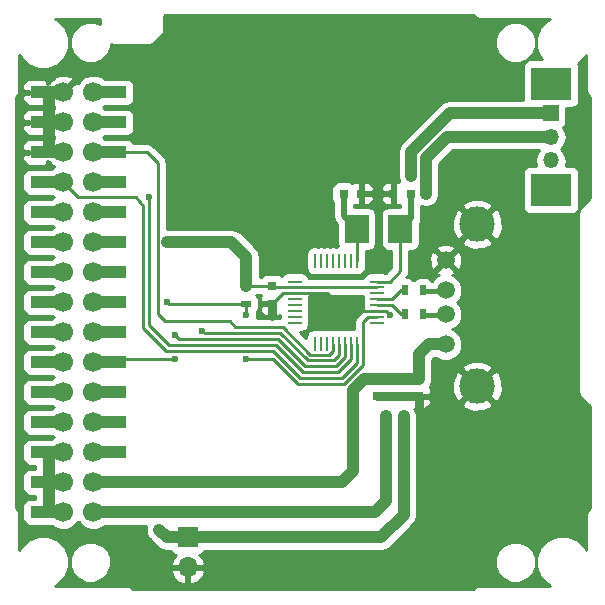
<source format=gtl>
G04 #@! TF.FileFunction,Copper,L1,Top,Signal*
%FSLAX46Y46*%
G04 Gerber Fmt 4.6, Leading zero omitted, Abs format (unit mm)*
G04 Created by KiCad (PCBNEW 4.0.7) date 09/12/18 20:21:31*
%MOMM*%
%LPD*%
G01*
G04 APERTURE LIST*
%ADD10C,0.100000*%
%ADD11R,0.750000X0.800000*%
%ADD12R,0.800000X0.750000*%
%ADD13R,0.500000X0.900000*%
%ADD14R,0.900000X0.500000*%
%ADD15R,1.143000X0.254000*%
%ADD16R,0.254000X1.143000*%
%ADD17R,2.000000X2.400000*%
%ADD18R,1.700000X1.700000*%
%ADD19O,1.700000X1.700000*%
%ADD20C,1.500000*%
%ADD21C,3.000000*%
%ADD22R,3.500000X2.800000*%
%ADD23R,1.350000X1.350000*%
%ADD24O,1.350000X1.350000*%
%ADD25R,3.150000X1.000000*%
%ADD26C,0.800000*%
%ADD27C,1.700000*%
%ADD28C,0.600000*%
%ADD29C,0.500000*%
%ADD30C,0.250000*%
%ADD31C,0.750000*%
%ADD32C,1.000000*%
%ADD33C,0.400000*%
%ADD34C,0.254000*%
G04 APERTURE END LIST*
D10*
D11*
X138814000Y-115970000D03*
X138814000Y-114470000D03*
X135242000Y-115970000D03*
X135242000Y-114470000D03*
X137020000Y-115970000D03*
X137020000Y-114470000D03*
X126400000Y-108150000D03*
X126400000Y-106650000D03*
D12*
X133950000Y-98800000D03*
X132450000Y-98800000D03*
X136650000Y-98800000D03*
X138150000Y-98800000D03*
D13*
X137650000Y-107000000D03*
X139150000Y-107000000D03*
X137650000Y-109000000D03*
X139150000Y-109000000D03*
D14*
X124200000Y-108150000D03*
X124200000Y-106650000D03*
D15*
X128300000Y-106250000D03*
X128300000Y-106750000D03*
X128300000Y-107250000D03*
X128300000Y-107750000D03*
X128300000Y-108250000D03*
X128300000Y-108750000D03*
X128300000Y-109250000D03*
X128300000Y-109750000D03*
D16*
X130050000Y-111500000D03*
X130550000Y-111500000D03*
X131050000Y-111500000D03*
X131550000Y-111500000D03*
X132050000Y-111500000D03*
X132550000Y-111500000D03*
X133050000Y-111500000D03*
X133550000Y-111500000D03*
D15*
X135300000Y-109750000D03*
X135300000Y-109250000D03*
X135300000Y-108750000D03*
X135300000Y-108250000D03*
X135300000Y-107750000D03*
X135300000Y-107250000D03*
X135300000Y-106750000D03*
X135300000Y-106250000D03*
D16*
X133550000Y-104500000D03*
X133050000Y-104500000D03*
X132550000Y-104500000D03*
X132050000Y-104500000D03*
X131550000Y-104500000D03*
X131050000Y-104500000D03*
X130550000Y-104500000D03*
X130050000Y-104500000D03*
D17*
X133550000Y-101800000D03*
X137250000Y-101800000D03*
D18*
X119240000Y-127920000D03*
D19*
X119240000Y-130460000D03*
D20*
X141100000Y-104452400D03*
X141100000Y-106992400D03*
X141100000Y-109022400D03*
X141100000Y-111562400D03*
D21*
X143770000Y-101402400D03*
X143770000Y-115122400D03*
D22*
X150000000Y-98500000D03*
D23*
X150000000Y-92000000D03*
D24*
X150000000Y-94000000D03*
X150000000Y-96000000D03*
D22*
X150000000Y-89500000D03*
D14*
X116827000Y-125773000D03*
X116827000Y-127273000D03*
D25*
X107475000Y-90220000D03*
X107475000Y-102920000D03*
X107475000Y-100380000D03*
X107475000Y-97840000D03*
X107475000Y-95300000D03*
X107475000Y-92760000D03*
D26*
X106825000Y-90220000D03*
D25*
X112525000Y-90220000D03*
X112525000Y-92760000D03*
X112525000Y-95300000D03*
X112525000Y-97840000D03*
X112525000Y-100380000D03*
X112525000Y-102920000D03*
X107475000Y-105460000D03*
X112525000Y-105460000D03*
X107475000Y-108000000D03*
X112525000Y-108000000D03*
X107475000Y-110540000D03*
X112525000Y-110540000D03*
X107475000Y-113080000D03*
X112525000Y-113080000D03*
X107475000Y-115620000D03*
X112525000Y-115620000D03*
X107475000Y-118160000D03*
X112525000Y-118160000D03*
X107475000Y-120700000D03*
X112525000Y-120700000D03*
X107475000Y-123240000D03*
X112525000Y-123240000D03*
X107475000Y-125780000D03*
X112525000Y-125780000D03*
D26*
X106825000Y-92760000D03*
X106825000Y-95300000D03*
X106825000Y-97840000D03*
X106825000Y-100380000D03*
X106825000Y-102920000D03*
X106825000Y-105460000D03*
X106825000Y-108000000D03*
X106825000Y-110540000D03*
X106825000Y-113080000D03*
X106825000Y-115620000D03*
X106825000Y-118160000D03*
X106825000Y-120700000D03*
X106825000Y-123240000D03*
X106825000Y-125780000D03*
X113175000Y-90220000D03*
X113175000Y-92760000D03*
X113175000Y-95300000D03*
X113175000Y-97840000D03*
X113175000Y-100380000D03*
X113175000Y-102920000D03*
X113175000Y-105460000D03*
X113175000Y-108000000D03*
X113175000Y-110540000D03*
X113175000Y-113080000D03*
X113175000Y-115620000D03*
X113175000Y-118160000D03*
X113175000Y-120700000D03*
X113175000Y-123240000D03*
X113175000Y-125780000D03*
D27*
X108730000Y-90220000D03*
X111270000Y-90220000D03*
X108730000Y-92760000D03*
X111270000Y-92760000D03*
X108730000Y-95300000D03*
X111270000Y-95300000D03*
X108730000Y-97840000D03*
X111270000Y-97840000D03*
X108730000Y-100380000D03*
X111270000Y-100380000D03*
X108730000Y-102920000D03*
X111270000Y-102920000D03*
X108730000Y-105460000D03*
X111270000Y-105460000D03*
X108730000Y-108000000D03*
X111270000Y-108000000D03*
X108730000Y-110540000D03*
X111270000Y-110540000D03*
X108730000Y-113080000D03*
X111270000Y-113080000D03*
X108730000Y-115620000D03*
X111270000Y-115620000D03*
X108730000Y-118160000D03*
X111270000Y-118160000D03*
X108730000Y-120700000D03*
X111270000Y-120700000D03*
X108730000Y-123240000D03*
X111270000Y-123240000D03*
X108730000Y-125780000D03*
X111270000Y-125780000D03*
D28*
X150355000Y-120935000D03*
X141846000Y-121062000D03*
X141719000Y-130460000D03*
X119875000Y-100361000D03*
X123939000Y-100361000D03*
X119875000Y-94000000D03*
X129908000Y-100361000D03*
X135369000Y-88423000D03*
X135369000Y-94011000D03*
X129908000Y-94011000D03*
X123939000Y-94011000D03*
X130035000Y-88423000D03*
X123939000Y-88423000D03*
X116700000Y-88423000D03*
X116700000Y-94011000D03*
X136400000Y-109100000D03*
X135400000Y-98800000D03*
X135400000Y-104500000D03*
X131800000Y-108000000D03*
X138800000Y-117332000D03*
X126400000Y-109200000D03*
X117505002Y-102901000D03*
X116000000Y-99073000D03*
X120500000Y-110400000D03*
X124200000Y-109100000D03*
X124200000Y-112800000D03*
X117500000Y-108000000D03*
X118200000Y-110800000D03*
X118200000Y-112800000D03*
X138163000Y-97313000D03*
X136004000Y-117633000D03*
X139433000Y-98837000D03*
X137528000Y-117633000D03*
D29*
X141846000Y-130333000D02*
X141846000Y-121062000D01*
X141719000Y-130460000D02*
X141846000Y-130333000D01*
X129908000Y-100361000D02*
X123939000Y-100361000D01*
X119875000Y-100361000D02*
X119875000Y-94000000D01*
X123939000Y-94011000D02*
X129908000Y-94011000D01*
X135369000Y-94011000D02*
X135369000Y-88423000D01*
X123939000Y-94011000D02*
X123939000Y-88423000D01*
X123939000Y-88423000D02*
X130035000Y-88423000D01*
X107475000Y-90220000D02*
X108756200Y-90220000D01*
X108756200Y-90220000D02*
X110553200Y-88423000D01*
X110553200Y-88423000D02*
X116700000Y-88423000D01*
D30*
X116700000Y-94000000D02*
X116800000Y-94000000D01*
X116700000Y-94011000D02*
X116700000Y-94000000D01*
D31*
X137020000Y-115970000D02*
X135242000Y-115970000D01*
X138814000Y-115970000D02*
X137020000Y-115970000D01*
D30*
X135300000Y-108750000D02*
X136050000Y-108750000D01*
X136050000Y-108750000D02*
X136400000Y-109100000D01*
D32*
X107475000Y-92760000D02*
X107475000Y-95300000D01*
X107475000Y-90220000D02*
X107475000Y-92760000D01*
D29*
X135400000Y-98800000D02*
X135400000Y-104500000D01*
D30*
X135300000Y-108750000D02*
X132550000Y-108750000D01*
X131050000Y-107250000D02*
X131800000Y-108000000D01*
X131050000Y-107250000D02*
X128300000Y-107250000D01*
X132550000Y-108750000D02*
X131800000Y-108000000D01*
D29*
X136650000Y-98800000D02*
X135400000Y-98800000D01*
X135400000Y-98800000D02*
X133950000Y-98800000D01*
D31*
X138800000Y-115932000D02*
X138814000Y-117318000D01*
X138814000Y-117318000D02*
X138800000Y-117332000D01*
X126400000Y-108150000D02*
X126400000Y-109200000D01*
D30*
X128300000Y-107250000D02*
X127300000Y-107250000D01*
X127300000Y-107250000D02*
X126400000Y-108150000D01*
X128300000Y-107250000D02*
X128750000Y-107250000D01*
X107475000Y-90220000D02*
X107780000Y-90220000D01*
D32*
X135242000Y-114470000D02*
X134214000Y-114470000D01*
X132302000Y-123240000D02*
X112525000Y-123240000D01*
X133210000Y-122332000D02*
X132302000Y-123240000D01*
X133210000Y-115474000D02*
X133210000Y-122332000D01*
X134214000Y-114470000D02*
X133210000Y-115474000D01*
X138814000Y-114470000D02*
X137020000Y-114470000D01*
X141100000Y-111562400D02*
X139661600Y-111562400D01*
X138814000Y-112410000D02*
X138814000Y-114470000D01*
X139661600Y-111562400D02*
X138814000Y-112410000D01*
X137020000Y-114470000D02*
X135242000Y-114470000D01*
X124200000Y-106650000D02*
X124200000Y-104178000D01*
X122923000Y-102901000D02*
X117505002Y-102901000D01*
X124200000Y-104178000D02*
X122923000Y-102901000D01*
D30*
X126400000Y-106650000D02*
X124200000Y-106650000D01*
X128300000Y-106750000D02*
X126500000Y-106750000D01*
X126500000Y-106750000D02*
X126400000Y-106650000D01*
X128300000Y-106750000D02*
X135300000Y-106750000D01*
D29*
X138150000Y-98800000D02*
X138150000Y-100900000D01*
X138150000Y-100900000D02*
X137250000Y-101800000D01*
D30*
X135300000Y-106250000D02*
X136350000Y-106250000D01*
X137250000Y-105350000D02*
X137250000Y-101800000D01*
X136350000Y-106250000D02*
X137250000Y-105350000D01*
X116700000Y-109000000D02*
X117300000Y-109600000D01*
X112525000Y-95300000D02*
X115800000Y-95300000D01*
X115800000Y-95300000D02*
X116700000Y-96200000D01*
X131550000Y-112150000D02*
X131550000Y-111500000D01*
X129645943Y-112445943D02*
X127300000Y-110100000D01*
X131254057Y-112445943D02*
X129645943Y-112445943D01*
X131550000Y-112150000D02*
X131254057Y-112445943D01*
X116700000Y-96200000D02*
X116700000Y-109000000D01*
X123300000Y-110100000D02*
X127300000Y-110100000D01*
X122800000Y-109600000D02*
X123300000Y-110100000D01*
X117300000Y-109600000D02*
X122800000Y-109600000D01*
X114895398Y-99098400D02*
X109976400Y-99098400D01*
X128800000Y-114400000D02*
X126500000Y-112100000D01*
X133550000Y-113150000D02*
X132300000Y-114400000D01*
X132300000Y-114400000D02*
X128800000Y-114400000D01*
X133550000Y-111500000D02*
X133550000Y-113150000D01*
X126500000Y-112100000D02*
X117400000Y-112100000D01*
X115500000Y-110200000D02*
X117400000Y-112100000D01*
X115500000Y-99830002D02*
X115500000Y-110200000D01*
X114895398Y-99098400D02*
X115500000Y-99830002D01*
X109976400Y-99098400D02*
X108718000Y-97840000D01*
X108718000Y-97840000D02*
X107475000Y-97840000D01*
X116000000Y-109900000D02*
X117700000Y-111600000D01*
X116000000Y-99073000D02*
X116000000Y-109900000D01*
X126700000Y-111600000D02*
X117700000Y-111600000D01*
X133050000Y-112850000D02*
X133050000Y-111500000D01*
X132000000Y-113900000D02*
X129000000Y-113900000D01*
X133050000Y-112850000D02*
X132000000Y-113900000D01*
X129000000Y-113900000D02*
X126700000Y-111600000D01*
X117700000Y-111600000D02*
X117700000Y-111600000D01*
X127100000Y-110600000D02*
X120700000Y-110600000D01*
X132050000Y-111500000D02*
X132050000Y-112450000D01*
X131600000Y-112900000D02*
X129400000Y-112900000D01*
X132050000Y-112450000D02*
X131600000Y-112900000D01*
X129400000Y-112900000D02*
X127100000Y-110600000D01*
X120700000Y-110600000D02*
X120500000Y-110400000D01*
X124200000Y-112800000D02*
X126469998Y-112800000D01*
X135300000Y-109250000D02*
X134550000Y-109250000D01*
X132500000Y-114900000D02*
X128600000Y-114900000D01*
X134100000Y-113300000D02*
X132500000Y-114900000D01*
X134100000Y-109700000D02*
X134100000Y-113300000D01*
X134550000Y-109250000D02*
X134100000Y-109700000D01*
X128600000Y-114900000D02*
X128569998Y-114900000D01*
X124200000Y-109100000D02*
X124200000Y-108150000D01*
X126469998Y-112800000D02*
X128569998Y-114900000D01*
X124200000Y-108150000D02*
X117650000Y-108150000D01*
X117650000Y-108150000D02*
X117500000Y-108000000D01*
X112805000Y-112800000D02*
X118200000Y-112800000D01*
X118500000Y-111100000D02*
X118200000Y-110800000D01*
X129200000Y-113400000D02*
X126900000Y-111100000D01*
X132550000Y-112650000D02*
X131800000Y-113400000D01*
X131800000Y-113400000D02*
X129200000Y-113400000D01*
X132550000Y-112650000D02*
X132550000Y-111500000D01*
X126900000Y-111100000D02*
X118500000Y-111100000D01*
X112805000Y-112800000D02*
X112525000Y-113080000D01*
D32*
X107475000Y-123240000D02*
X107475000Y-125780000D01*
X107475000Y-120700000D02*
X107475000Y-123240000D01*
X150000000Y-92000000D02*
X141444000Y-92000000D01*
X138163000Y-95281000D02*
X141338000Y-92106000D01*
X138163000Y-97313000D02*
X138163000Y-95281000D01*
X136004000Y-124872000D02*
X136004000Y-117633000D01*
X135096000Y-125780000D02*
X136004000Y-124872000D01*
X135096000Y-125780000D02*
X116834000Y-125780000D01*
X141444000Y-92000000D02*
X141338000Y-92106000D01*
X116827000Y-125773000D02*
X112532000Y-125773000D01*
X112532000Y-125773000D02*
X112525000Y-125780000D01*
X116834000Y-125780000D02*
X116827000Y-125773000D01*
D33*
X141100000Y-107062400D02*
X139212400Y-107062400D01*
X139212400Y-107062400D02*
X139150000Y-107000000D01*
X141100000Y-109062400D02*
X139212400Y-109062400D01*
X139212400Y-109062400D02*
X139150000Y-109000000D01*
D30*
X135300000Y-107750000D02*
X136550000Y-107750000D01*
X137300000Y-107000000D02*
X137650000Y-107000000D01*
X136550000Y-107750000D02*
X137300000Y-107000000D01*
X135300000Y-108250000D02*
X136550000Y-108250000D01*
X137300000Y-109000000D02*
X137650000Y-109000000D01*
X136550000Y-108250000D02*
X137300000Y-109000000D01*
D29*
X132450000Y-98800000D02*
X132450000Y-100700000D01*
X132450000Y-100700000D02*
X133550000Y-101800000D01*
D30*
X133550000Y-104500000D02*
X133550000Y-101800000D01*
D32*
X150000000Y-94000000D02*
X141222000Y-94000000D01*
X139433000Y-98837000D02*
X139433000Y-95789000D01*
X139433000Y-95789000D02*
X141116000Y-94106000D01*
X135623000Y-127920000D02*
X119240000Y-127920000D01*
X137528000Y-126015000D02*
X135623000Y-127920000D01*
X137528000Y-117633000D02*
X137528000Y-126015000D01*
X141222000Y-94000000D02*
X141116000Y-94106000D01*
X119240000Y-127920000D02*
X117474000Y-127920000D01*
X117474000Y-127920000D02*
X116827000Y-127273000D01*
X119240000Y-127920000D02*
X119240000Y-127740000D01*
D34*
G36*
X143497954Y-83802046D02*
X143728295Y-83955954D01*
X144000000Y-84010000D01*
X149963500Y-84010000D01*
X149735628Y-84104155D01*
X149106364Y-84732321D01*
X148765389Y-85553481D01*
X148764613Y-86442619D01*
X149104155Y-87264372D01*
X149292015Y-87452560D01*
X148250000Y-87452560D01*
X148014683Y-87496838D01*
X147798559Y-87635910D01*
X147653569Y-87848110D01*
X147602560Y-88100000D01*
X147602560Y-90865000D01*
X141444000Y-90865000D01*
X141009655Y-90951396D01*
X140641434Y-91197434D01*
X137360434Y-94478434D01*
X137114397Y-94846654D01*
X137028000Y-95281000D01*
X137028000Y-97313000D01*
X137114397Y-97747346D01*
X137142898Y-97790000D01*
X136935750Y-97790000D01*
X136777000Y-97948750D01*
X136777000Y-98673000D01*
X136797000Y-98673000D01*
X136797000Y-98927000D01*
X136777000Y-98927000D01*
X136777000Y-99651250D01*
X136935750Y-99810000D01*
X137176309Y-99810000D01*
X137265000Y-99773263D01*
X137265000Y-99952560D01*
X136250000Y-99952560D01*
X136014683Y-99996838D01*
X135798559Y-100135910D01*
X135653569Y-100348110D01*
X135602560Y-100600000D01*
X135602560Y-103000000D01*
X135646838Y-103235317D01*
X135785910Y-103451441D01*
X135998110Y-103596431D01*
X136250000Y-103647440D01*
X136490000Y-103647440D01*
X136490000Y-105035198D01*
X136035198Y-105490000D01*
X135942807Y-105490000D01*
X135871500Y-105475560D01*
X134728500Y-105475560D01*
X134493183Y-105519838D01*
X134277059Y-105658910D01*
X134132069Y-105871110D01*
X134107993Y-105990000D01*
X129493914Y-105990000D01*
X129474662Y-105887683D01*
X129335590Y-105671559D01*
X129123390Y-105526569D01*
X128871500Y-105475560D01*
X127728500Y-105475560D01*
X127493183Y-105519838D01*
X127277059Y-105658910D01*
X127199925Y-105771799D01*
X127026890Y-105653569D01*
X126775000Y-105602560D01*
X126025000Y-105602560D01*
X125789683Y-105646838D01*
X125573559Y-105785910D01*
X125502437Y-105890000D01*
X125335000Y-105890000D01*
X125335000Y-104178000D01*
X125285372Y-103928500D01*
X129275560Y-103928500D01*
X129275560Y-105071500D01*
X129319838Y-105306817D01*
X129458910Y-105522941D01*
X129671110Y-105667931D01*
X129923000Y-105718940D01*
X130177000Y-105718940D01*
X130304515Y-105694946D01*
X130423000Y-105718940D01*
X130677000Y-105718940D01*
X130804515Y-105694946D01*
X130923000Y-105718940D01*
X131177000Y-105718940D01*
X131304515Y-105694946D01*
X131423000Y-105718940D01*
X131677000Y-105718940D01*
X131804515Y-105694946D01*
X131923000Y-105718940D01*
X132177000Y-105718940D01*
X132304515Y-105694946D01*
X132423000Y-105718940D01*
X132677000Y-105718940D01*
X132804515Y-105694946D01*
X132923000Y-105718940D01*
X133177000Y-105718940D01*
X133304515Y-105694946D01*
X133423000Y-105718940D01*
X133677000Y-105718940D01*
X133912317Y-105674662D01*
X134128441Y-105535590D01*
X134273431Y-105323390D01*
X134324440Y-105071500D01*
X134324440Y-103928500D01*
X134310000Y-103851758D01*
X134310000Y-103647440D01*
X134550000Y-103647440D01*
X134785317Y-103603162D01*
X135001441Y-103464090D01*
X135146431Y-103251890D01*
X135197440Y-103000000D01*
X135197440Y-100600000D01*
X135153162Y-100364683D01*
X135014090Y-100148559D01*
X134801890Y-100003569D01*
X134550000Y-99952560D01*
X133335000Y-99952560D01*
X133335000Y-99773263D01*
X133423691Y-99810000D01*
X133664250Y-99810000D01*
X133823000Y-99651250D01*
X133823000Y-98927000D01*
X134077000Y-98927000D01*
X134077000Y-99651250D01*
X134235750Y-99810000D01*
X134476309Y-99810000D01*
X134709698Y-99713327D01*
X134888327Y-99534699D01*
X134985000Y-99301310D01*
X134985000Y-99085750D01*
X135615000Y-99085750D01*
X135615000Y-99301310D01*
X135711673Y-99534699D01*
X135890302Y-99713327D01*
X136123691Y-99810000D01*
X136364250Y-99810000D01*
X136523000Y-99651250D01*
X136523000Y-98927000D01*
X135773750Y-98927000D01*
X135615000Y-99085750D01*
X134985000Y-99085750D01*
X134826250Y-98927000D01*
X134077000Y-98927000D01*
X133823000Y-98927000D01*
X133803000Y-98927000D01*
X133803000Y-98673000D01*
X133823000Y-98673000D01*
X133823000Y-97948750D01*
X134077000Y-97948750D01*
X134077000Y-98673000D01*
X134826250Y-98673000D01*
X134985000Y-98514250D01*
X134985000Y-98298690D01*
X135615000Y-98298690D01*
X135615000Y-98514250D01*
X135773750Y-98673000D01*
X136523000Y-98673000D01*
X136523000Y-97948750D01*
X136364250Y-97790000D01*
X136123691Y-97790000D01*
X135890302Y-97886673D01*
X135711673Y-98065301D01*
X135615000Y-98298690D01*
X134985000Y-98298690D01*
X134888327Y-98065301D01*
X134709698Y-97886673D01*
X134476309Y-97790000D01*
X134235750Y-97790000D01*
X134077000Y-97948750D01*
X133823000Y-97948750D01*
X133664250Y-97790000D01*
X133423691Y-97790000D01*
X133190302Y-97886673D01*
X133188932Y-97888043D01*
X133101890Y-97828569D01*
X132850000Y-97777560D01*
X132050000Y-97777560D01*
X131814683Y-97821838D01*
X131598559Y-97960910D01*
X131453569Y-98173110D01*
X131402560Y-98425000D01*
X131402560Y-99175000D01*
X131446838Y-99410317D01*
X131565000Y-99593946D01*
X131565000Y-100699995D01*
X131564999Y-100700000D01*
X131612145Y-100937013D01*
X131632367Y-101038675D01*
X131824210Y-101325790D01*
X131902560Y-101404140D01*
X131902560Y-103000000D01*
X131946838Y-103235317D01*
X131976273Y-103281060D01*
X131923000Y-103281060D01*
X131795485Y-103305054D01*
X131677000Y-103281060D01*
X131423000Y-103281060D01*
X131295485Y-103305054D01*
X131177000Y-103281060D01*
X130923000Y-103281060D01*
X130795485Y-103305054D01*
X130677000Y-103281060D01*
X130423000Y-103281060D01*
X130295485Y-103305054D01*
X130177000Y-103281060D01*
X129923000Y-103281060D01*
X129687683Y-103325338D01*
X129471559Y-103464410D01*
X129326569Y-103676610D01*
X129275560Y-103928500D01*
X125285372Y-103928500D01*
X125248603Y-103743654D01*
X125002566Y-103375434D01*
X123725566Y-102098434D01*
X123641193Y-102042058D01*
X123357346Y-101852397D01*
X122923000Y-101766000D01*
X117505002Y-101766000D01*
X117460000Y-101774951D01*
X117460000Y-96200000D01*
X117423668Y-96017350D01*
X117402148Y-95909160D01*
X117237401Y-95662599D01*
X116337401Y-94762599D01*
X116090839Y-94597852D01*
X115800000Y-94540000D01*
X114687279Y-94540000D01*
X114564090Y-94348559D01*
X114351890Y-94203569D01*
X114100000Y-94152560D01*
X112222838Y-94152560D01*
X112112283Y-94041812D01*
X112084443Y-94030252D01*
X112110086Y-94019656D01*
X112222498Y-93907440D01*
X114100000Y-93907440D01*
X114335317Y-93863162D01*
X114551441Y-93724090D01*
X114696431Y-93511890D01*
X114747440Y-93260000D01*
X114747440Y-92260000D01*
X114703162Y-92024683D01*
X114564090Y-91808559D01*
X114351890Y-91663569D01*
X114100000Y-91612560D01*
X112222838Y-91612560D01*
X112112283Y-91501812D01*
X112084443Y-91490252D01*
X112110086Y-91479656D01*
X112222498Y-91367440D01*
X114100000Y-91367440D01*
X114335317Y-91323162D01*
X114551441Y-91184090D01*
X114696431Y-90971890D01*
X114747440Y-90720000D01*
X114747440Y-89720000D01*
X114703162Y-89484683D01*
X114564090Y-89268559D01*
X114351890Y-89123569D01*
X114100000Y-89072560D01*
X112222838Y-89072560D01*
X112112283Y-88961812D01*
X111566681Y-88735258D01*
X110975911Y-88734743D01*
X110429914Y-88960344D01*
X110011812Y-89377717D01*
X109992049Y-89425312D01*
X109773958Y-89355647D01*
X109641334Y-89488271D01*
X109588327Y-89360301D01*
X109499210Y-89271185D01*
X109594353Y-89176042D01*
X109514080Y-88924741D01*
X108958721Y-88723282D01*
X108368542Y-88749685D01*
X107945920Y-88924741D01*
X107894729Y-89085000D01*
X107760750Y-89085000D01*
X107602000Y-89243750D01*
X107602000Y-89382493D01*
X107506778Y-89412910D01*
X107479630Y-89385762D01*
X107362745Y-89502647D01*
X107348000Y-89380483D01*
X107348000Y-89243750D01*
X107189250Y-89085000D01*
X105773691Y-89085000D01*
X105540302Y-89181673D01*
X105361673Y-89360301D01*
X105265000Y-89593690D01*
X105265000Y-89934250D01*
X105423750Y-90093000D01*
X105778600Y-90093000D01*
X105776691Y-90098931D01*
X105796921Y-90347000D01*
X105423750Y-90347000D01*
X105265000Y-90505750D01*
X105265000Y-90846310D01*
X105361673Y-91079699D01*
X105540302Y-91258327D01*
X105773691Y-91355000D01*
X107189250Y-91355000D01*
X107348000Y-91196250D01*
X107348000Y-91059517D01*
X107362745Y-90937353D01*
X107479630Y-91054238D01*
X107506778Y-91027090D01*
X107602000Y-91057507D01*
X107602000Y-91196250D01*
X107760750Y-91355000D01*
X107894729Y-91355000D01*
X107937852Y-91490000D01*
X107894729Y-91625000D01*
X107760750Y-91625000D01*
X107602000Y-91783750D01*
X107602000Y-91922493D01*
X107506778Y-91952910D01*
X107479630Y-91925762D01*
X107362745Y-92042647D01*
X107348000Y-91920483D01*
X107348000Y-91783750D01*
X107189250Y-91625000D01*
X105773691Y-91625000D01*
X105540302Y-91721673D01*
X105361673Y-91900301D01*
X105265000Y-92133690D01*
X105265000Y-92474250D01*
X105423750Y-92633000D01*
X105778600Y-92633000D01*
X105776691Y-92638931D01*
X105796921Y-92887000D01*
X105423750Y-92887000D01*
X105265000Y-93045750D01*
X105265000Y-93386310D01*
X105361673Y-93619699D01*
X105540302Y-93798327D01*
X105773691Y-93895000D01*
X107189250Y-93895000D01*
X107348000Y-93736250D01*
X107348000Y-93599517D01*
X107362745Y-93477353D01*
X107479630Y-93594238D01*
X107506778Y-93567090D01*
X107602000Y-93597507D01*
X107602000Y-93736250D01*
X107760750Y-93895000D01*
X107894729Y-93895000D01*
X107937852Y-94030000D01*
X107894729Y-94165000D01*
X107760750Y-94165000D01*
X107602000Y-94323750D01*
X107602000Y-94462493D01*
X107506778Y-94492910D01*
X107479630Y-94465762D01*
X107362745Y-94582647D01*
X107348000Y-94460483D01*
X107348000Y-94323750D01*
X107189250Y-94165000D01*
X105773691Y-94165000D01*
X105540302Y-94261673D01*
X105361673Y-94440301D01*
X105265000Y-94673690D01*
X105265000Y-95014250D01*
X105423750Y-95173000D01*
X105778600Y-95173000D01*
X105776691Y-95178931D01*
X105796921Y-95427000D01*
X105423750Y-95427000D01*
X105265000Y-95585750D01*
X105265000Y-95926310D01*
X105361673Y-96159699D01*
X105540302Y-96338327D01*
X105773691Y-96435000D01*
X107189250Y-96435000D01*
X107348000Y-96276250D01*
X107348000Y-96139517D01*
X107362745Y-96017353D01*
X107479630Y-96134238D01*
X107506778Y-96107090D01*
X107602000Y-96137507D01*
X107602000Y-96276250D01*
X107760750Y-96435000D01*
X107894729Y-96435000D01*
X107935181Y-96561640D01*
X107889914Y-96580344D01*
X107777502Y-96692560D01*
X105900000Y-96692560D01*
X105664683Y-96736838D01*
X105448559Y-96875910D01*
X105303569Y-97088110D01*
X105252560Y-97340000D01*
X105252560Y-98340000D01*
X105296838Y-98575317D01*
X105435910Y-98791441D01*
X105648110Y-98936431D01*
X105900000Y-98987440D01*
X107777162Y-98987440D01*
X107887717Y-99098188D01*
X107915557Y-99109748D01*
X107889914Y-99120344D01*
X107777502Y-99232560D01*
X105900000Y-99232560D01*
X105664683Y-99276838D01*
X105448559Y-99415910D01*
X105303569Y-99628110D01*
X105252560Y-99880000D01*
X105252560Y-100880000D01*
X105296838Y-101115317D01*
X105435910Y-101331441D01*
X105648110Y-101476431D01*
X105900000Y-101527440D01*
X107777162Y-101527440D01*
X107887717Y-101638188D01*
X107915557Y-101649748D01*
X107889914Y-101660344D01*
X107777502Y-101772560D01*
X105900000Y-101772560D01*
X105664683Y-101816838D01*
X105448559Y-101955910D01*
X105303569Y-102168110D01*
X105252560Y-102420000D01*
X105252560Y-103420000D01*
X105296838Y-103655317D01*
X105435910Y-103871441D01*
X105648110Y-104016431D01*
X105900000Y-104067440D01*
X107777162Y-104067440D01*
X107887717Y-104178188D01*
X107915557Y-104189748D01*
X107889914Y-104200344D01*
X107777502Y-104312560D01*
X105900000Y-104312560D01*
X105664683Y-104356838D01*
X105448559Y-104495910D01*
X105303569Y-104708110D01*
X105252560Y-104960000D01*
X105252560Y-105960000D01*
X105296838Y-106195317D01*
X105435910Y-106411441D01*
X105648110Y-106556431D01*
X105900000Y-106607440D01*
X107777162Y-106607440D01*
X107887717Y-106718188D01*
X107915557Y-106729748D01*
X107889914Y-106740344D01*
X107777502Y-106852560D01*
X105900000Y-106852560D01*
X105664683Y-106896838D01*
X105448559Y-107035910D01*
X105303569Y-107248110D01*
X105252560Y-107500000D01*
X105252560Y-108500000D01*
X105296838Y-108735317D01*
X105435910Y-108951441D01*
X105648110Y-109096431D01*
X105900000Y-109147440D01*
X107777162Y-109147440D01*
X107887717Y-109258188D01*
X107915557Y-109269748D01*
X107889914Y-109280344D01*
X107777502Y-109392560D01*
X105900000Y-109392560D01*
X105664683Y-109436838D01*
X105448559Y-109575910D01*
X105303569Y-109788110D01*
X105252560Y-110040000D01*
X105252560Y-111040000D01*
X105296838Y-111275317D01*
X105435910Y-111491441D01*
X105648110Y-111636431D01*
X105900000Y-111687440D01*
X107777162Y-111687440D01*
X107887717Y-111798188D01*
X107915557Y-111809748D01*
X107889914Y-111820344D01*
X107777502Y-111932560D01*
X105900000Y-111932560D01*
X105664683Y-111976838D01*
X105448559Y-112115910D01*
X105303569Y-112328110D01*
X105252560Y-112580000D01*
X105252560Y-113580000D01*
X105296838Y-113815317D01*
X105435910Y-114031441D01*
X105648110Y-114176431D01*
X105900000Y-114227440D01*
X107777162Y-114227440D01*
X107887717Y-114338188D01*
X107915557Y-114349748D01*
X107889914Y-114360344D01*
X107777502Y-114472560D01*
X105900000Y-114472560D01*
X105664683Y-114516838D01*
X105448559Y-114655910D01*
X105303569Y-114868110D01*
X105252560Y-115120000D01*
X105252560Y-116120000D01*
X105296838Y-116355317D01*
X105435910Y-116571441D01*
X105648110Y-116716431D01*
X105900000Y-116767440D01*
X107777162Y-116767440D01*
X107887717Y-116878188D01*
X107915557Y-116889748D01*
X107889914Y-116900344D01*
X107777502Y-117012560D01*
X105900000Y-117012560D01*
X105664683Y-117056838D01*
X105448559Y-117195910D01*
X105303569Y-117408110D01*
X105252560Y-117660000D01*
X105252560Y-118660000D01*
X105296838Y-118895317D01*
X105435910Y-119111441D01*
X105648110Y-119256431D01*
X105900000Y-119307440D01*
X107777162Y-119307440D01*
X107887717Y-119418188D01*
X107915557Y-119429748D01*
X107889914Y-119440344D01*
X107777502Y-119552560D01*
X105900000Y-119552560D01*
X105664683Y-119596838D01*
X105448559Y-119735910D01*
X105303569Y-119948110D01*
X105252560Y-120200000D01*
X105252560Y-121200000D01*
X105296838Y-121435317D01*
X105435910Y-121651441D01*
X105648110Y-121796431D01*
X105900000Y-121847440D01*
X106340000Y-121847440D01*
X106340000Y-122092560D01*
X105900000Y-122092560D01*
X105664683Y-122136838D01*
X105448559Y-122275910D01*
X105303569Y-122488110D01*
X105252560Y-122740000D01*
X105252560Y-123740000D01*
X105296838Y-123975317D01*
X105435910Y-124191441D01*
X105648110Y-124336431D01*
X105900000Y-124387440D01*
X106340000Y-124387440D01*
X106340000Y-124632560D01*
X105900000Y-124632560D01*
X105664683Y-124676838D01*
X105448559Y-124815910D01*
X105303569Y-125028110D01*
X105252560Y-125280000D01*
X105252560Y-126280000D01*
X105296838Y-126515317D01*
X105435910Y-126731441D01*
X105648110Y-126876431D01*
X105900000Y-126927440D01*
X107777162Y-126927440D01*
X107887717Y-127038188D01*
X108433319Y-127264742D01*
X109024089Y-127265257D01*
X109570086Y-127039656D01*
X109988188Y-126622283D01*
X109999748Y-126594443D01*
X110010344Y-126620086D01*
X110427717Y-127038188D01*
X110973319Y-127264742D01*
X111564089Y-127265257D01*
X112110086Y-127039656D01*
X112222498Y-126927440D01*
X114100000Y-126927440D01*
X114203315Y-126908000D01*
X115752848Y-126908000D01*
X115729560Y-127023000D01*
X115729560Y-127084174D01*
X115692000Y-127273000D01*
X115729560Y-127461826D01*
X115729560Y-127523000D01*
X115773838Y-127758317D01*
X115912910Y-127974441D01*
X115993790Y-128029704D01*
X116024434Y-128075566D01*
X116671434Y-128722566D01*
X117039654Y-128968603D01*
X117474000Y-129055000D01*
X117818808Y-129055000D01*
X117925910Y-129221441D01*
X118138110Y-129366431D01*
X118246107Y-129388301D01*
X117968355Y-129693076D01*
X117798524Y-130103110D01*
X117919845Y-130333000D01*
X119113000Y-130333000D01*
X119113000Y-130313000D01*
X119367000Y-130313000D01*
X119367000Y-130333000D01*
X120560155Y-130333000D01*
X120681476Y-130103110D01*
X120511645Y-129693076D01*
X120235499Y-129390063D01*
X120325317Y-129373162D01*
X120541441Y-129234090D01*
X120663808Y-129055000D01*
X135623000Y-129055000D01*
X136057346Y-128968603D01*
X136425566Y-128722566D01*
X138330566Y-126817566D01*
X138402439Y-126710000D01*
X138576603Y-126449346D01*
X138663000Y-126015000D01*
X138663000Y-117633000D01*
X138576603Y-117198654D01*
X138447207Y-117005000D01*
X138528250Y-117005000D01*
X138687000Y-116846250D01*
X138687000Y-116097000D01*
X138941000Y-116097000D01*
X138941000Y-116846250D01*
X139099750Y-117005000D01*
X139315310Y-117005000D01*
X139548699Y-116908327D01*
X139727327Y-116729698D01*
X139765984Y-116636370D01*
X142435635Y-116636370D01*
X142595418Y-116955139D01*
X143386187Y-117265123D01*
X144235387Y-117248897D01*
X144944582Y-116955139D01*
X145104365Y-116636370D01*
X143770000Y-115302005D01*
X142435635Y-116636370D01*
X139765984Y-116636370D01*
X139824000Y-116496309D01*
X139824000Y-116255750D01*
X139665250Y-116097000D01*
X138941000Y-116097000D01*
X138687000Y-116097000D01*
X137962750Y-116097000D01*
X137917000Y-116142750D01*
X137871250Y-116097000D01*
X137147000Y-116097000D01*
X137147000Y-116117000D01*
X136893000Y-116117000D01*
X136893000Y-116097000D01*
X136168750Y-116097000D01*
X136131000Y-116134750D01*
X136093250Y-116097000D01*
X135369000Y-116097000D01*
X135369000Y-116117000D01*
X135115000Y-116117000D01*
X135115000Y-116097000D01*
X135095000Y-116097000D01*
X135095000Y-115843000D01*
X135115000Y-115843000D01*
X135115000Y-115823000D01*
X135369000Y-115823000D01*
X135369000Y-115843000D01*
X136093250Y-115843000D01*
X136131000Y-115805250D01*
X136168750Y-115843000D01*
X136893000Y-115843000D01*
X136893000Y-115823000D01*
X137147000Y-115823000D01*
X137147000Y-115843000D01*
X137871250Y-115843000D01*
X137917000Y-115797250D01*
X137962750Y-115843000D01*
X138687000Y-115843000D01*
X138687000Y-115823000D01*
X138941000Y-115823000D01*
X138941000Y-115843000D01*
X139665250Y-115843000D01*
X139824000Y-115684250D01*
X139824000Y-115443691D01*
X139727327Y-115210302D01*
X139725957Y-115208932D01*
X139785431Y-115121890D01*
X139815083Y-114975465D01*
X139862603Y-114904346D01*
X139895574Y-114738587D01*
X141627277Y-114738587D01*
X141643503Y-115587787D01*
X141937261Y-116296982D01*
X142256030Y-116456765D01*
X143590395Y-115122400D01*
X143949605Y-115122400D01*
X145283970Y-116456765D01*
X145602739Y-116296982D01*
X145912723Y-115506213D01*
X145896497Y-114657013D01*
X145602739Y-113947818D01*
X145283970Y-113788035D01*
X143949605Y-115122400D01*
X143590395Y-115122400D01*
X142256030Y-113788035D01*
X141937261Y-113947818D01*
X141627277Y-114738587D01*
X139895574Y-114738587D01*
X139949000Y-114470000D01*
X139949000Y-113608430D01*
X142435635Y-113608430D01*
X143770000Y-114942795D01*
X145104365Y-113608430D01*
X144944582Y-113289661D01*
X144153813Y-112979677D01*
X143304613Y-112995903D01*
X142595418Y-113289661D01*
X142435635Y-113608430D01*
X139949000Y-113608430D01*
X139949000Y-112880132D01*
X140131732Y-112697400D01*
X140276042Y-112697400D01*
X140314436Y-112735861D01*
X140823298Y-112947159D01*
X141374285Y-112947640D01*
X141883515Y-112737231D01*
X142273461Y-112347964D01*
X142484759Y-111839102D01*
X142485240Y-111288115D01*
X142274831Y-110778885D01*
X141885564Y-110388939D01*
X141653130Y-110292424D01*
X141883515Y-110197231D01*
X142273461Y-109807964D01*
X142484759Y-109299102D01*
X142485240Y-108748115D01*
X142274831Y-108238885D01*
X142043687Y-108007338D01*
X142273461Y-107777964D01*
X142484759Y-107269102D01*
X142485240Y-106718115D01*
X142274831Y-106208885D01*
X141885564Y-105818939D01*
X141669021Y-105729023D01*
X141823923Y-105664860D01*
X141891912Y-105423917D01*
X141100000Y-104632005D01*
X140308088Y-105423917D01*
X140376077Y-105664860D01*
X140542621Y-105724132D01*
X140316485Y-105817569D01*
X139930938Y-106202444D01*
X139864090Y-106098559D01*
X139651890Y-105953569D01*
X139400000Y-105902560D01*
X138900000Y-105902560D01*
X138664683Y-105946838D01*
X138448559Y-106085910D01*
X138400866Y-106155711D01*
X138364090Y-106098559D01*
X138151890Y-105953569D01*
X137900000Y-105902560D01*
X137772242Y-105902560D01*
X137787401Y-105887401D01*
X137952148Y-105640840D01*
X138010000Y-105350000D01*
X138010000Y-104247571D01*
X139702799Y-104247571D01*
X139730770Y-104797848D01*
X139887540Y-105176323D01*
X140128483Y-105244312D01*
X140920395Y-104452400D01*
X141279605Y-104452400D01*
X142071517Y-105244312D01*
X142312460Y-105176323D01*
X142497201Y-104657229D01*
X142469230Y-104106952D01*
X142312460Y-103728477D01*
X142071517Y-103660488D01*
X141279605Y-104452400D01*
X140920395Y-104452400D01*
X140128483Y-103660488D01*
X139887540Y-103728477D01*
X139702799Y-104247571D01*
X138010000Y-104247571D01*
X138010000Y-103647440D01*
X138250000Y-103647440D01*
X138485317Y-103603162D01*
X138675343Y-103480883D01*
X140308088Y-103480883D01*
X141100000Y-104272795D01*
X141891912Y-103480883D01*
X141823923Y-103239940D01*
X141304829Y-103055199D01*
X140754552Y-103083170D01*
X140376077Y-103239940D01*
X140308088Y-103480883D01*
X138675343Y-103480883D01*
X138701441Y-103464090D01*
X138846431Y-103251890D01*
X138897440Y-103000000D01*
X138897440Y-102916370D01*
X142435635Y-102916370D01*
X142595418Y-103235139D01*
X143386187Y-103545123D01*
X144235387Y-103528897D01*
X144944582Y-103235139D01*
X145104365Y-102916370D01*
X143770000Y-101582005D01*
X142435635Y-102916370D01*
X138897440Y-102916370D01*
X138897440Y-101343727D01*
X138967633Y-101238675D01*
X138980456Y-101174210D01*
X139011412Y-101018587D01*
X141627277Y-101018587D01*
X141643503Y-101867787D01*
X141937261Y-102576982D01*
X142256030Y-102736765D01*
X143590395Y-101402400D01*
X143949605Y-101402400D01*
X145283970Y-102736765D01*
X145602739Y-102576982D01*
X145912723Y-101786213D01*
X145896497Y-100937013D01*
X145602739Y-100227818D01*
X145283970Y-100068035D01*
X143949605Y-101402400D01*
X143590395Y-101402400D01*
X142256030Y-100068035D01*
X141937261Y-100227818D01*
X141627277Y-101018587D01*
X139011412Y-101018587D01*
X139035001Y-100900000D01*
X139035000Y-100899995D01*
X139035000Y-99892833D01*
X139433000Y-99972000D01*
X139853133Y-99888430D01*
X142435635Y-99888430D01*
X143770000Y-101222795D01*
X145104365Y-99888430D01*
X144944582Y-99569661D01*
X144153813Y-99259677D01*
X143304613Y-99275903D01*
X142595418Y-99569661D01*
X142435635Y-99888430D01*
X139853133Y-99888430D01*
X139867346Y-99885603D01*
X140235566Y-99639566D01*
X140481603Y-99271346D01*
X140568000Y-98837000D01*
X140568000Y-96259132D01*
X141692132Y-95135000D01*
X149007060Y-95135000D01*
X148764054Y-95498685D01*
X148664336Y-96000000D01*
X148754356Y-96452560D01*
X148250000Y-96452560D01*
X148014683Y-96496838D01*
X147798559Y-96635910D01*
X147653569Y-96848110D01*
X147602560Y-97100000D01*
X147602560Y-99900000D01*
X147646838Y-100135317D01*
X147785910Y-100351441D01*
X147998110Y-100496431D01*
X148250000Y-100547440D01*
X151750000Y-100547440D01*
X151985317Y-100503162D01*
X152201441Y-100364090D01*
X152346431Y-100151890D01*
X152397440Y-99900000D01*
X152397440Y-97100000D01*
X152353162Y-96864683D01*
X152214090Y-96648559D01*
X152001890Y-96503569D01*
X151750000Y-96452560D01*
X151245644Y-96452560D01*
X151335664Y-96000000D01*
X151235946Y-95498685D01*
X150951974Y-95073690D01*
X150841689Y-95000000D01*
X150951974Y-94926310D01*
X151235946Y-94501315D01*
X151335664Y-94000000D01*
X151235946Y-93498685D01*
X151034992Y-93197936D01*
X151126441Y-93139090D01*
X151271431Y-92926890D01*
X151322440Y-92675000D01*
X151322440Y-91547440D01*
X151750000Y-91547440D01*
X151985317Y-91503162D01*
X152201441Y-91364090D01*
X152346431Y-91151890D01*
X152397440Y-90900000D01*
X152397440Y-88100000D01*
X152353162Y-87864683D01*
X152330644Y-87829689D01*
X152893636Y-87267679D01*
X152990000Y-87035608D01*
X152990000Y-90000000D01*
X153044046Y-90271705D01*
X153197954Y-90502046D01*
X153290000Y-90594092D01*
X153290000Y-99205908D01*
X152497954Y-99997954D01*
X152344046Y-100228295D01*
X152290000Y-100500000D01*
X152290000Y-115500000D01*
X152344046Y-115771705D01*
X152497954Y-116002046D01*
X153290000Y-116794092D01*
X153290000Y-125405908D01*
X153197954Y-125497954D01*
X153044046Y-125728295D01*
X152990000Y-126000000D01*
X152990000Y-128963500D01*
X152895845Y-128735628D01*
X152267679Y-128106364D01*
X151446519Y-127765389D01*
X150557381Y-127764613D01*
X149735628Y-128104155D01*
X149106364Y-128732321D01*
X148765389Y-129553481D01*
X148764613Y-130442619D01*
X149104155Y-131264372D01*
X149732321Y-131893636D01*
X149964392Y-131990000D01*
X144000000Y-131990000D01*
X143728295Y-132044046D01*
X143497954Y-132197954D01*
X143405908Y-132290000D01*
X114594092Y-132290000D01*
X114502046Y-132197954D01*
X114271705Y-132044046D01*
X114000000Y-131990000D01*
X108036500Y-131990000D01*
X108264372Y-131895845D01*
X108893636Y-131267679D01*
X109234611Y-130446519D01*
X109234700Y-130343599D01*
X109264699Y-130343599D01*
X109528281Y-130981515D01*
X110015918Y-131470004D01*
X110653373Y-131734699D01*
X111343599Y-131735301D01*
X111981515Y-131471719D01*
X112470004Y-130984082D01*
X112539428Y-130816890D01*
X117798524Y-130816890D01*
X117968355Y-131226924D01*
X118358642Y-131655183D01*
X118883108Y-131901486D01*
X119113000Y-131780819D01*
X119113000Y-130587000D01*
X119367000Y-130587000D01*
X119367000Y-131780819D01*
X119596892Y-131901486D01*
X120121358Y-131655183D01*
X120511645Y-131226924D01*
X120681476Y-130816890D01*
X120560155Y-130587000D01*
X119367000Y-130587000D01*
X119113000Y-130587000D01*
X117919845Y-130587000D01*
X117798524Y-130816890D01*
X112539428Y-130816890D01*
X112734699Y-130346627D01*
X112734701Y-130343599D01*
X145264699Y-130343599D01*
X145528281Y-130981515D01*
X146015918Y-131470004D01*
X146653373Y-131734699D01*
X147343599Y-131735301D01*
X147981515Y-131471719D01*
X148470004Y-130984082D01*
X148734699Y-130346627D01*
X148735301Y-129656401D01*
X148471719Y-129018485D01*
X147984082Y-128529996D01*
X147346627Y-128265301D01*
X146656401Y-128264699D01*
X146018485Y-128528281D01*
X145529996Y-129015918D01*
X145265301Y-129653373D01*
X145264699Y-130343599D01*
X112734701Y-130343599D01*
X112735301Y-129656401D01*
X112471719Y-129018485D01*
X111984082Y-128529996D01*
X111346627Y-128265301D01*
X110656401Y-128264699D01*
X110018485Y-128528281D01*
X109529996Y-129015918D01*
X109265301Y-129653373D01*
X109264699Y-130343599D01*
X109234700Y-130343599D01*
X109235387Y-129557381D01*
X108895845Y-128735628D01*
X108267679Y-128106364D01*
X107446519Y-127765389D01*
X106557381Y-127764613D01*
X105735628Y-128104155D01*
X105106364Y-128732321D01*
X105010000Y-128964392D01*
X105010000Y-126000000D01*
X104955954Y-125728295D01*
X104802046Y-125497954D01*
X104710000Y-125405908D01*
X104710000Y-90594092D01*
X104802046Y-90502046D01*
X104955954Y-90271705D01*
X105010000Y-90000000D01*
X105010000Y-87036500D01*
X105104155Y-87264372D01*
X105732321Y-87893636D01*
X106553481Y-88234611D01*
X107442619Y-88235387D01*
X108264372Y-87895845D01*
X108893636Y-87267679D01*
X109234611Y-86446519D01*
X109235387Y-85557381D01*
X108895845Y-84735628D01*
X108267679Y-84106364D01*
X108035608Y-84010000D01*
X111790000Y-84010000D01*
X111790000Y-84449406D01*
X111346627Y-84265301D01*
X110656401Y-84264699D01*
X110018485Y-84528281D01*
X109529996Y-85015918D01*
X109265301Y-85653373D01*
X109264699Y-86343599D01*
X109528281Y-86981515D01*
X110015918Y-87470004D01*
X110653373Y-87734699D01*
X111343599Y-87735301D01*
X111981515Y-87471719D01*
X112470004Y-86984082D01*
X112734699Y-86346627D01*
X112734701Y-86343599D01*
X145264699Y-86343599D01*
X145528281Y-86981515D01*
X146015918Y-87470004D01*
X146653373Y-87734699D01*
X147343599Y-87735301D01*
X147981515Y-87471719D01*
X148470004Y-86984082D01*
X148734699Y-86346627D01*
X148735301Y-85656401D01*
X148471719Y-85018485D01*
X147984082Y-84529996D01*
X147346627Y-84265301D01*
X146656401Y-84264699D01*
X146018485Y-84528281D01*
X145529996Y-85015918D01*
X145265301Y-85653373D01*
X145264699Y-86343599D01*
X112734701Y-86343599D01*
X112734864Y-86157261D01*
X113000000Y-86210000D01*
X116000000Y-86210000D01*
X116271705Y-86155954D01*
X116502046Y-86002046D01*
X117002046Y-85502046D01*
X117155954Y-85271705D01*
X117210000Y-85000000D01*
X117210000Y-83794092D01*
X117294092Y-83710000D01*
X143405908Y-83710000D01*
X143497954Y-83802046D01*
X143497954Y-83802046D01*
G37*
X143497954Y-83802046D02*
X143728295Y-83955954D01*
X144000000Y-84010000D01*
X149963500Y-84010000D01*
X149735628Y-84104155D01*
X149106364Y-84732321D01*
X148765389Y-85553481D01*
X148764613Y-86442619D01*
X149104155Y-87264372D01*
X149292015Y-87452560D01*
X148250000Y-87452560D01*
X148014683Y-87496838D01*
X147798559Y-87635910D01*
X147653569Y-87848110D01*
X147602560Y-88100000D01*
X147602560Y-90865000D01*
X141444000Y-90865000D01*
X141009655Y-90951396D01*
X140641434Y-91197434D01*
X137360434Y-94478434D01*
X137114397Y-94846654D01*
X137028000Y-95281000D01*
X137028000Y-97313000D01*
X137114397Y-97747346D01*
X137142898Y-97790000D01*
X136935750Y-97790000D01*
X136777000Y-97948750D01*
X136777000Y-98673000D01*
X136797000Y-98673000D01*
X136797000Y-98927000D01*
X136777000Y-98927000D01*
X136777000Y-99651250D01*
X136935750Y-99810000D01*
X137176309Y-99810000D01*
X137265000Y-99773263D01*
X137265000Y-99952560D01*
X136250000Y-99952560D01*
X136014683Y-99996838D01*
X135798559Y-100135910D01*
X135653569Y-100348110D01*
X135602560Y-100600000D01*
X135602560Y-103000000D01*
X135646838Y-103235317D01*
X135785910Y-103451441D01*
X135998110Y-103596431D01*
X136250000Y-103647440D01*
X136490000Y-103647440D01*
X136490000Y-105035198D01*
X136035198Y-105490000D01*
X135942807Y-105490000D01*
X135871500Y-105475560D01*
X134728500Y-105475560D01*
X134493183Y-105519838D01*
X134277059Y-105658910D01*
X134132069Y-105871110D01*
X134107993Y-105990000D01*
X129493914Y-105990000D01*
X129474662Y-105887683D01*
X129335590Y-105671559D01*
X129123390Y-105526569D01*
X128871500Y-105475560D01*
X127728500Y-105475560D01*
X127493183Y-105519838D01*
X127277059Y-105658910D01*
X127199925Y-105771799D01*
X127026890Y-105653569D01*
X126775000Y-105602560D01*
X126025000Y-105602560D01*
X125789683Y-105646838D01*
X125573559Y-105785910D01*
X125502437Y-105890000D01*
X125335000Y-105890000D01*
X125335000Y-104178000D01*
X125285372Y-103928500D01*
X129275560Y-103928500D01*
X129275560Y-105071500D01*
X129319838Y-105306817D01*
X129458910Y-105522941D01*
X129671110Y-105667931D01*
X129923000Y-105718940D01*
X130177000Y-105718940D01*
X130304515Y-105694946D01*
X130423000Y-105718940D01*
X130677000Y-105718940D01*
X130804515Y-105694946D01*
X130923000Y-105718940D01*
X131177000Y-105718940D01*
X131304515Y-105694946D01*
X131423000Y-105718940D01*
X131677000Y-105718940D01*
X131804515Y-105694946D01*
X131923000Y-105718940D01*
X132177000Y-105718940D01*
X132304515Y-105694946D01*
X132423000Y-105718940D01*
X132677000Y-105718940D01*
X132804515Y-105694946D01*
X132923000Y-105718940D01*
X133177000Y-105718940D01*
X133304515Y-105694946D01*
X133423000Y-105718940D01*
X133677000Y-105718940D01*
X133912317Y-105674662D01*
X134128441Y-105535590D01*
X134273431Y-105323390D01*
X134324440Y-105071500D01*
X134324440Y-103928500D01*
X134310000Y-103851758D01*
X134310000Y-103647440D01*
X134550000Y-103647440D01*
X134785317Y-103603162D01*
X135001441Y-103464090D01*
X135146431Y-103251890D01*
X135197440Y-103000000D01*
X135197440Y-100600000D01*
X135153162Y-100364683D01*
X135014090Y-100148559D01*
X134801890Y-100003569D01*
X134550000Y-99952560D01*
X133335000Y-99952560D01*
X133335000Y-99773263D01*
X133423691Y-99810000D01*
X133664250Y-99810000D01*
X133823000Y-99651250D01*
X133823000Y-98927000D01*
X134077000Y-98927000D01*
X134077000Y-99651250D01*
X134235750Y-99810000D01*
X134476309Y-99810000D01*
X134709698Y-99713327D01*
X134888327Y-99534699D01*
X134985000Y-99301310D01*
X134985000Y-99085750D01*
X135615000Y-99085750D01*
X135615000Y-99301310D01*
X135711673Y-99534699D01*
X135890302Y-99713327D01*
X136123691Y-99810000D01*
X136364250Y-99810000D01*
X136523000Y-99651250D01*
X136523000Y-98927000D01*
X135773750Y-98927000D01*
X135615000Y-99085750D01*
X134985000Y-99085750D01*
X134826250Y-98927000D01*
X134077000Y-98927000D01*
X133823000Y-98927000D01*
X133803000Y-98927000D01*
X133803000Y-98673000D01*
X133823000Y-98673000D01*
X133823000Y-97948750D01*
X134077000Y-97948750D01*
X134077000Y-98673000D01*
X134826250Y-98673000D01*
X134985000Y-98514250D01*
X134985000Y-98298690D01*
X135615000Y-98298690D01*
X135615000Y-98514250D01*
X135773750Y-98673000D01*
X136523000Y-98673000D01*
X136523000Y-97948750D01*
X136364250Y-97790000D01*
X136123691Y-97790000D01*
X135890302Y-97886673D01*
X135711673Y-98065301D01*
X135615000Y-98298690D01*
X134985000Y-98298690D01*
X134888327Y-98065301D01*
X134709698Y-97886673D01*
X134476309Y-97790000D01*
X134235750Y-97790000D01*
X134077000Y-97948750D01*
X133823000Y-97948750D01*
X133664250Y-97790000D01*
X133423691Y-97790000D01*
X133190302Y-97886673D01*
X133188932Y-97888043D01*
X133101890Y-97828569D01*
X132850000Y-97777560D01*
X132050000Y-97777560D01*
X131814683Y-97821838D01*
X131598559Y-97960910D01*
X131453569Y-98173110D01*
X131402560Y-98425000D01*
X131402560Y-99175000D01*
X131446838Y-99410317D01*
X131565000Y-99593946D01*
X131565000Y-100699995D01*
X131564999Y-100700000D01*
X131612145Y-100937013D01*
X131632367Y-101038675D01*
X131824210Y-101325790D01*
X131902560Y-101404140D01*
X131902560Y-103000000D01*
X131946838Y-103235317D01*
X131976273Y-103281060D01*
X131923000Y-103281060D01*
X131795485Y-103305054D01*
X131677000Y-103281060D01*
X131423000Y-103281060D01*
X131295485Y-103305054D01*
X131177000Y-103281060D01*
X130923000Y-103281060D01*
X130795485Y-103305054D01*
X130677000Y-103281060D01*
X130423000Y-103281060D01*
X130295485Y-103305054D01*
X130177000Y-103281060D01*
X129923000Y-103281060D01*
X129687683Y-103325338D01*
X129471559Y-103464410D01*
X129326569Y-103676610D01*
X129275560Y-103928500D01*
X125285372Y-103928500D01*
X125248603Y-103743654D01*
X125002566Y-103375434D01*
X123725566Y-102098434D01*
X123641193Y-102042058D01*
X123357346Y-101852397D01*
X122923000Y-101766000D01*
X117505002Y-101766000D01*
X117460000Y-101774951D01*
X117460000Y-96200000D01*
X117423668Y-96017350D01*
X117402148Y-95909160D01*
X117237401Y-95662599D01*
X116337401Y-94762599D01*
X116090839Y-94597852D01*
X115800000Y-94540000D01*
X114687279Y-94540000D01*
X114564090Y-94348559D01*
X114351890Y-94203569D01*
X114100000Y-94152560D01*
X112222838Y-94152560D01*
X112112283Y-94041812D01*
X112084443Y-94030252D01*
X112110086Y-94019656D01*
X112222498Y-93907440D01*
X114100000Y-93907440D01*
X114335317Y-93863162D01*
X114551441Y-93724090D01*
X114696431Y-93511890D01*
X114747440Y-93260000D01*
X114747440Y-92260000D01*
X114703162Y-92024683D01*
X114564090Y-91808559D01*
X114351890Y-91663569D01*
X114100000Y-91612560D01*
X112222838Y-91612560D01*
X112112283Y-91501812D01*
X112084443Y-91490252D01*
X112110086Y-91479656D01*
X112222498Y-91367440D01*
X114100000Y-91367440D01*
X114335317Y-91323162D01*
X114551441Y-91184090D01*
X114696431Y-90971890D01*
X114747440Y-90720000D01*
X114747440Y-89720000D01*
X114703162Y-89484683D01*
X114564090Y-89268559D01*
X114351890Y-89123569D01*
X114100000Y-89072560D01*
X112222838Y-89072560D01*
X112112283Y-88961812D01*
X111566681Y-88735258D01*
X110975911Y-88734743D01*
X110429914Y-88960344D01*
X110011812Y-89377717D01*
X109992049Y-89425312D01*
X109773958Y-89355647D01*
X109641334Y-89488271D01*
X109588327Y-89360301D01*
X109499210Y-89271185D01*
X109594353Y-89176042D01*
X109514080Y-88924741D01*
X108958721Y-88723282D01*
X108368542Y-88749685D01*
X107945920Y-88924741D01*
X107894729Y-89085000D01*
X107760750Y-89085000D01*
X107602000Y-89243750D01*
X107602000Y-89382493D01*
X107506778Y-89412910D01*
X107479630Y-89385762D01*
X107362745Y-89502647D01*
X107348000Y-89380483D01*
X107348000Y-89243750D01*
X107189250Y-89085000D01*
X105773691Y-89085000D01*
X105540302Y-89181673D01*
X105361673Y-89360301D01*
X105265000Y-89593690D01*
X105265000Y-89934250D01*
X105423750Y-90093000D01*
X105778600Y-90093000D01*
X105776691Y-90098931D01*
X105796921Y-90347000D01*
X105423750Y-90347000D01*
X105265000Y-90505750D01*
X105265000Y-90846310D01*
X105361673Y-91079699D01*
X105540302Y-91258327D01*
X105773691Y-91355000D01*
X107189250Y-91355000D01*
X107348000Y-91196250D01*
X107348000Y-91059517D01*
X107362745Y-90937353D01*
X107479630Y-91054238D01*
X107506778Y-91027090D01*
X107602000Y-91057507D01*
X107602000Y-91196250D01*
X107760750Y-91355000D01*
X107894729Y-91355000D01*
X107937852Y-91490000D01*
X107894729Y-91625000D01*
X107760750Y-91625000D01*
X107602000Y-91783750D01*
X107602000Y-91922493D01*
X107506778Y-91952910D01*
X107479630Y-91925762D01*
X107362745Y-92042647D01*
X107348000Y-91920483D01*
X107348000Y-91783750D01*
X107189250Y-91625000D01*
X105773691Y-91625000D01*
X105540302Y-91721673D01*
X105361673Y-91900301D01*
X105265000Y-92133690D01*
X105265000Y-92474250D01*
X105423750Y-92633000D01*
X105778600Y-92633000D01*
X105776691Y-92638931D01*
X105796921Y-92887000D01*
X105423750Y-92887000D01*
X105265000Y-93045750D01*
X105265000Y-93386310D01*
X105361673Y-93619699D01*
X105540302Y-93798327D01*
X105773691Y-93895000D01*
X107189250Y-93895000D01*
X107348000Y-93736250D01*
X107348000Y-93599517D01*
X107362745Y-93477353D01*
X107479630Y-93594238D01*
X107506778Y-93567090D01*
X107602000Y-93597507D01*
X107602000Y-93736250D01*
X107760750Y-93895000D01*
X107894729Y-93895000D01*
X107937852Y-94030000D01*
X107894729Y-94165000D01*
X107760750Y-94165000D01*
X107602000Y-94323750D01*
X107602000Y-94462493D01*
X107506778Y-94492910D01*
X107479630Y-94465762D01*
X107362745Y-94582647D01*
X107348000Y-94460483D01*
X107348000Y-94323750D01*
X107189250Y-94165000D01*
X105773691Y-94165000D01*
X105540302Y-94261673D01*
X105361673Y-94440301D01*
X105265000Y-94673690D01*
X105265000Y-95014250D01*
X105423750Y-95173000D01*
X105778600Y-95173000D01*
X105776691Y-95178931D01*
X105796921Y-95427000D01*
X105423750Y-95427000D01*
X105265000Y-95585750D01*
X105265000Y-95926310D01*
X105361673Y-96159699D01*
X105540302Y-96338327D01*
X105773691Y-96435000D01*
X107189250Y-96435000D01*
X107348000Y-96276250D01*
X107348000Y-96139517D01*
X107362745Y-96017353D01*
X107479630Y-96134238D01*
X107506778Y-96107090D01*
X107602000Y-96137507D01*
X107602000Y-96276250D01*
X107760750Y-96435000D01*
X107894729Y-96435000D01*
X107935181Y-96561640D01*
X107889914Y-96580344D01*
X107777502Y-96692560D01*
X105900000Y-96692560D01*
X105664683Y-96736838D01*
X105448559Y-96875910D01*
X105303569Y-97088110D01*
X105252560Y-97340000D01*
X105252560Y-98340000D01*
X105296838Y-98575317D01*
X105435910Y-98791441D01*
X105648110Y-98936431D01*
X105900000Y-98987440D01*
X107777162Y-98987440D01*
X107887717Y-99098188D01*
X107915557Y-99109748D01*
X107889914Y-99120344D01*
X107777502Y-99232560D01*
X105900000Y-99232560D01*
X105664683Y-99276838D01*
X105448559Y-99415910D01*
X105303569Y-99628110D01*
X105252560Y-99880000D01*
X105252560Y-100880000D01*
X105296838Y-101115317D01*
X105435910Y-101331441D01*
X105648110Y-101476431D01*
X105900000Y-101527440D01*
X107777162Y-101527440D01*
X107887717Y-101638188D01*
X107915557Y-101649748D01*
X107889914Y-101660344D01*
X107777502Y-101772560D01*
X105900000Y-101772560D01*
X105664683Y-101816838D01*
X105448559Y-101955910D01*
X105303569Y-102168110D01*
X105252560Y-102420000D01*
X105252560Y-103420000D01*
X105296838Y-103655317D01*
X105435910Y-103871441D01*
X105648110Y-104016431D01*
X105900000Y-104067440D01*
X107777162Y-104067440D01*
X107887717Y-104178188D01*
X107915557Y-104189748D01*
X107889914Y-104200344D01*
X107777502Y-104312560D01*
X105900000Y-104312560D01*
X105664683Y-104356838D01*
X105448559Y-104495910D01*
X105303569Y-104708110D01*
X105252560Y-104960000D01*
X105252560Y-105960000D01*
X105296838Y-106195317D01*
X105435910Y-106411441D01*
X105648110Y-106556431D01*
X105900000Y-106607440D01*
X107777162Y-106607440D01*
X107887717Y-106718188D01*
X107915557Y-106729748D01*
X107889914Y-106740344D01*
X107777502Y-106852560D01*
X105900000Y-106852560D01*
X105664683Y-106896838D01*
X105448559Y-107035910D01*
X105303569Y-107248110D01*
X105252560Y-107500000D01*
X105252560Y-108500000D01*
X105296838Y-108735317D01*
X105435910Y-108951441D01*
X105648110Y-109096431D01*
X105900000Y-109147440D01*
X107777162Y-109147440D01*
X107887717Y-109258188D01*
X107915557Y-109269748D01*
X107889914Y-109280344D01*
X107777502Y-109392560D01*
X105900000Y-109392560D01*
X105664683Y-109436838D01*
X105448559Y-109575910D01*
X105303569Y-109788110D01*
X105252560Y-110040000D01*
X105252560Y-111040000D01*
X105296838Y-111275317D01*
X105435910Y-111491441D01*
X105648110Y-111636431D01*
X105900000Y-111687440D01*
X107777162Y-111687440D01*
X107887717Y-111798188D01*
X107915557Y-111809748D01*
X107889914Y-111820344D01*
X107777502Y-111932560D01*
X105900000Y-111932560D01*
X105664683Y-111976838D01*
X105448559Y-112115910D01*
X105303569Y-112328110D01*
X105252560Y-112580000D01*
X105252560Y-113580000D01*
X105296838Y-113815317D01*
X105435910Y-114031441D01*
X105648110Y-114176431D01*
X105900000Y-114227440D01*
X107777162Y-114227440D01*
X107887717Y-114338188D01*
X107915557Y-114349748D01*
X107889914Y-114360344D01*
X107777502Y-114472560D01*
X105900000Y-114472560D01*
X105664683Y-114516838D01*
X105448559Y-114655910D01*
X105303569Y-114868110D01*
X105252560Y-115120000D01*
X105252560Y-116120000D01*
X105296838Y-116355317D01*
X105435910Y-116571441D01*
X105648110Y-116716431D01*
X105900000Y-116767440D01*
X107777162Y-116767440D01*
X107887717Y-116878188D01*
X107915557Y-116889748D01*
X107889914Y-116900344D01*
X107777502Y-117012560D01*
X105900000Y-117012560D01*
X105664683Y-117056838D01*
X105448559Y-117195910D01*
X105303569Y-117408110D01*
X105252560Y-117660000D01*
X105252560Y-118660000D01*
X105296838Y-118895317D01*
X105435910Y-119111441D01*
X105648110Y-119256431D01*
X105900000Y-119307440D01*
X107777162Y-119307440D01*
X107887717Y-119418188D01*
X107915557Y-119429748D01*
X107889914Y-119440344D01*
X107777502Y-119552560D01*
X105900000Y-119552560D01*
X105664683Y-119596838D01*
X105448559Y-119735910D01*
X105303569Y-119948110D01*
X105252560Y-120200000D01*
X105252560Y-121200000D01*
X105296838Y-121435317D01*
X105435910Y-121651441D01*
X105648110Y-121796431D01*
X105900000Y-121847440D01*
X106340000Y-121847440D01*
X106340000Y-122092560D01*
X105900000Y-122092560D01*
X105664683Y-122136838D01*
X105448559Y-122275910D01*
X105303569Y-122488110D01*
X105252560Y-122740000D01*
X105252560Y-123740000D01*
X105296838Y-123975317D01*
X105435910Y-124191441D01*
X105648110Y-124336431D01*
X105900000Y-124387440D01*
X106340000Y-124387440D01*
X106340000Y-124632560D01*
X105900000Y-124632560D01*
X105664683Y-124676838D01*
X105448559Y-124815910D01*
X105303569Y-125028110D01*
X105252560Y-125280000D01*
X105252560Y-126280000D01*
X105296838Y-126515317D01*
X105435910Y-126731441D01*
X105648110Y-126876431D01*
X105900000Y-126927440D01*
X107777162Y-126927440D01*
X107887717Y-127038188D01*
X108433319Y-127264742D01*
X109024089Y-127265257D01*
X109570086Y-127039656D01*
X109988188Y-126622283D01*
X109999748Y-126594443D01*
X110010344Y-126620086D01*
X110427717Y-127038188D01*
X110973319Y-127264742D01*
X111564089Y-127265257D01*
X112110086Y-127039656D01*
X112222498Y-126927440D01*
X114100000Y-126927440D01*
X114203315Y-126908000D01*
X115752848Y-126908000D01*
X115729560Y-127023000D01*
X115729560Y-127084174D01*
X115692000Y-127273000D01*
X115729560Y-127461826D01*
X115729560Y-127523000D01*
X115773838Y-127758317D01*
X115912910Y-127974441D01*
X115993790Y-128029704D01*
X116024434Y-128075566D01*
X116671434Y-128722566D01*
X117039654Y-128968603D01*
X117474000Y-129055000D01*
X117818808Y-129055000D01*
X117925910Y-129221441D01*
X118138110Y-129366431D01*
X118246107Y-129388301D01*
X117968355Y-129693076D01*
X117798524Y-130103110D01*
X117919845Y-130333000D01*
X119113000Y-130333000D01*
X119113000Y-130313000D01*
X119367000Y-130313000D01*
X119367000Y-130333000D01*
X120560155Y-130333000D01*
X120681476Y-130103110D01*
X120511645Y-129693076D01*
X120235499Y-129390063D01*
X120325317Y-129373162D01*
X120541441Y-129234090D01*
X120663808Y-129055000D01*
X135623000Y-129055000D01*
X136057346Y-128968603D01*
X136425566Y-128722566D01*
X138330566Y-126817566D01*
X138402439Y-126710000D01*
X138576603Y-126449346D01*
X138663000Y-126015000D01*
X138663000Y-117633000D01*
X138576603Y-117198654D01*
X138447207Y-117005000D01*
X138528250Y-117005000D01*
X138687000Y-116846250D01*
X138687000Y-116097000D01*
X138941000Y-116097000D01*
X138941000Y-116846250D01*
X139099750Y-117005000D01*
X139315310Y-117005000D01*
X139548699Y-116908327D01*
X139727327Y-116729698D01*
X139765984Y-116636370D01*
X142435635Y-116636370D01*
X142595418Y-116955139D01*
X143386187Y-117265123D01*
X144235387Y-117248897D01*
X144944582Y-116955139D01*
X145104365Y-116636370D01*
X143770000Y-115302005D01*
X142435635Y-116636370D01*
X139765984Y-116636370D01*
X139824000Y-116496309D01*
X139824000Y-116255750D01*
X139665250Y-116097000D01*
X138941000Y-116097000D01*
X138687000Y-116097000D01*
X137962750Y-116097000D01*
X137917000Y-116142750D01*
X137871250Y-116097000D01*
X137147000Y-116097000D01*
X137147000Y-116117000D01*
X136893000Y-116117000D01*
X136893000Y-116097000D01*
X136168750Y-116097000D01*
X136131000Y-116134750D01*
X136093250Y-116097000D01*
X135369000Y-116097000D01*
X135369000Y-116117000D01*
X135115000Y-116117000D01*
X135115000Y-116097000D01*
X135095000Y-116097000D01*
X135095000Y-115843000D01*
X135115000Y-115843000D01*
X135115000Y-115823000D01*
X135369000Y-115823000D01*
X135369000Y-115843000D01*
X136093250Y-115843000D01*
X136131000Y-115805250D01*
X136168750Y-115843000D01*
X136893000Y-115843000D01*
X136893000Y-115823000D01*
X137147000Y-115823000D01*
X137147000Y-115843000D01*
X137871250Y-115843000D01*
X137917000Y-115797250D01*
X137962750Y-115843000D01*
X138687000Y-115843000D01*
X138687000Y-115823000D01*
X138941000Y-115823000D01*
X138941000Y-115843000D01*
X139665250Y-115843000D01*
X139824000Y-115684250D01*
X139824000Y-115443691D01*
X139727327Y-115210302D01*
X139725957Y-115208932D01*
X139785431Y-115121890D01*
X139815083Y-114975465D01*
X139862603Y-114904346D01*
X139895574Y-114738587D01*
X141627277Y-114738587D01*
X141643503Y-115587787D01*
X141937261Y-116296982D01*
X142256030Y-116456765D01*
X143590395Y-115122400D01*
X143949605Y-115122400D01*
X145283970Y-116456765D01*
X145602739Y-116296982D01*
X145912723Y-115506213D01*
X145896497Y-114657013D01*
X145602739Y-113947818D01*
X145283970Y-113788035D01*
X143949605Y-115122400D01*
X143590395Y-115122400D01*
X142256030Y-113788035D01*
X141937261Y-113947818D01*
X141627277Y-114738587D01*
X139895574Y-114738587D01*
X139949000Y-114470000D01*
X139949000Y-113608430D01*
X142435635Y-113608430D01*
X143770000Y-114942795D01*
X145104365Y-113608430D01*
X144944582Y-113289661D01*
X144153813Y-112979677D01*
X143304613Y-112995903D01*
X142595418Y-113289661D01*
X142435635Y-113608430D01*
X139949000Y-113608430D01*
X139949000Y-112880132D01*
X140131732Y-112697400D01*
X140276042Y-112697400D01*
X140314436Y-112735861D01*
X140823298Y-112947159D01*
X141374285Y-112947640D01*
X141883515Y-112737231D01*
X142273461Y-112347964D01*
X142484759Y-111839102D01*
X142485240Y-111288115D01*
X142274831Y-110778885D01*
X141885564Y-110388939D01*
X141653130Y-110292424D01*
X141883515Y-110197231D01*
X142273461Y-109807964D01*
X142484759Y-109299102D01*
X142485240Y-108748115D01*
X142274831Y-108238885D01*
X142043687Y-108007338D01*
X142273461Y-107777964D01*
X142484759Y-107269102D01*
X142485240Y-106718115D01*
X142274831Y-106208885D01*
X141885564Y-105818939D01*
X141669021Y-105729023D01*
X141823923Y-105664860D01*
X141891912Y-105423917D01*
X141100000Y-104632005D01*
X140308088Y-105423917D01*
X140376077Y-105664860D01*
X140542621Y-105724132D01*
X140316485Y-105817569D01*
X139930938Y-106202444D01*
X139864090Y-106098559D01*
X139651890Y-105953569D01*
X139400000Y-105902560D01*
X138900000Y-105902560D01*
X138664683Y-105946838D01*
X138448559Y-106085910D01*
X138400866Y-106155711D01*
X138364090Y-106098559D01*
X138151890Y-105953569D01*
X137900000Y-105902560D01*
X137772242Y-105902560D01*
X137787401Y-105887401D01*
X137952148Y-105640840D01*
X138010000Y-105350000D01*
X138010000Y-104247571D01*
X139702799Y-104247571D01*
X139730770Y-104797848D01*
X139887540Y-105176323D01*
X140128483Y-105244312D01*
X140920395Y-104452400D01*
X141279605Y-104452400D01*
X142071517Y-105244312D01*
X142312460Y-105176323D01*
X142497201Y-104657229D01*
X142469230Y-104106952D01*
X142312460Y-103728477D01*
X142071517Y-103660488D01*
X141279605Y-104452400D01*
X140920395Y-104452400D01*
X140128483Y-103660488D01*
X139887540Y-103728477D01*
X139702799Y-104247571D01*
X138010000Y-104247571D01*
X138010000Y-103647440D01*
X138250000Y-103647440D01*
X138485317Y-103603162D01*
X138675343Y-103480883D01*
X140308088Y-103480883D01*
X141100000Y-104272795D01*
X141891912Y-103480883D01*
X141823923Y-103239940D01*
X141304829Y-103055199D01*
X140754552Y-103083170D01*
X140376077Y-103239940D01*
X140308088Y-103480883D01*
X138675343Y-103480883D01*
X138701441Y-103464090D01*
X138846431Y-103251890D01*
X138897440Y-103000000D01*
X138897440Y-102916370D01*
X142435635Y-102916370D01*
X142595418Y-103235139D01*
X143386187Y-103545123D01*
X144235387Y-103528897D01*
X144944582Y-103235139D01*
X145104365Y-102916370D01*
X143770000Y-101582005D01*
X142435635Y-102916370D01*
X138897440Y-102916370D01*
X138897440Y-101343727D01*
X138967633Y-101238675D01*
X138980456Y-101174210D01*
X139011412Y-101018587D01*
X141627277Y-101018587D01*
X141643503Y-101867787D01*
X141937261Y-102576982D01*
X142256030Y-102736765D01*
X143590395Y-101402400D01*
X143949605Y-101402400D01*
X145283970Y-102736765D01*
X145602739Y-102576982D01*
X145912723Y-101786213D01*
X145896497Y-100937013D01*
X145602739Y-100227818D01*
X145283970Y-100068035D01*
X143949605Y-101402400D01*
X143590395Y-101402400D01*
X142256030Y-100068035D01*
X141937261Y-100227818D01*
X141627277Y-101018587D01*
X139011412Y-101018587D01*
X139035001Y-100900000D01*
X139035000Y-100899995D01*
X139035000Y-99892833D01*
X139433000Y-99972000D01*
X139853133Y-99888430D01*
X142435635Y-99888430D01*
X143770000Y-101222795D01*
X145104365Y-99888430D01*
X144944582Y-99569661D01*
X144153813Y-99259677D01*
X143304613Y-99275903D01*
X142595418Y-99569661D01*
X142435635Y-99888430D01*
X139853133Y-99888430D01*
X139867346Y-99885603D01*
X140235566Y-99639566D01*
X140481603Y-99271346D01*
X140568000Y-98837000D01*
X140568000Y-96259132D01*
X141692132Y-95135000D01*
X149007060Y-95135000D01*
X148764054Y-95498685D01*
X148664336Y-96000000D01*
X148754356Y-96452560D01*
X148250000Y-96452560D01*
X148014683Y-96496838D01*
X147798559Y-96635910D01*
X147653569Y-96848110D01*
X147602560Y-97100000D01*
X147602560Y-99900000D01*
X147646838Y-100135317D01*
X147785910Y-100351441D01*
X147998110Y-100496431D01*
X148250000Y-100547440D01*
X151750000Y-100547440D01*
X151985317Y-100503162D01*
X152201441Y-100364090D01*
X152346431Y-100151890D01*
X152397440Y-99900000D01*
X152397440Y-97100000D01*
X152353162Y-96864683D01*
X152214090Y-96648559D01*
X152001890Y-96503569D01*
X151750000Y-96452560D01*
X151245644Y-96452560D01*
X151335664Y-96000000D01*
X151235946Y-95498685D01*
X150951974Y-95073690D01*
X150841689Y-95000000D01*
X150951974Y-94926310D01*
X151235946Y-94501315D01*
X151335664Y-94000000D01*
X151235946Y-93498685D01*
X151034992Y-93197936D01*
X151126441Y-93139090D01*
X151271431Y-92926890D01*
X151322440Y-92675000D01*
X151322440Y-91547440D01*
X151750000Y-91547440D01*
X151985317Y-91503162D01*
X152201441Y-91364090D01*
X152346431Y-91151890D01*
X152397440Y-90900000D01*
X152397440Y-88100000D01*
X152353162Y-87864683D01*
X152330644Y-87829689D01*
X152893636Y-87267679D01*
X152990000Y-87035608D01*
X152990000Y-90000000D01*
X153044046Y-90271705D01*
X153197954Y-90502046D01*
X153290000Y-90594092D01*
X153290000Y-99205908D01*
X152497954Y-99997954D01*
X152344046Y-100228295D01*
X152290000Y-100500000D01*
X152290000Y-115500000D01*
X152344046Y-115771705D01*
X152497954Y-116002046D01*
X153290000Y-116794092D01*
X153290000Y-125405908D01*
X153197954Y-125497954D01*
X153044046Y-125728295D01*
X152990000Y-126000000D01*
X152990000Y-128963500D01*
X152895845Y-128735628D01*
X152267679Y-128106364D01*
X151446519Y-127765389D01*
X150557381Y-127764613D01*
X149735628Y-128104155D01*
X149106364Y-128732321D01*
X148765389Y-129553481D01*
X148764613Y-130442619D01*
X149104155Y-131264372D01*
X149732321Y-131893636D01*
X149964392Y-131990000D01*
X144000000Y-131990000D01*
X143728295Y-132044046D01*
X143497954Y-132197954D01*
X143405908Y-132290000D01*
X114594092Y-132290000D01*
X114502046Y-132197954D01*
X114271705Y-132044046D01*
X114000000Y-131990000D01*
X108036500Y-131990000D01*
X108264372Y-131895845D01*
X108893636Y-131267679D01*
X109234611Y-130446519D01*
X109234700Y-130343599D01*
X109264699Y-130343599D01*
X109528281Y-130981515D01*
X110015918Y-131470004D01*
X110653373Y-131734699D01*
X111343599Y-131735301D01*
X111981515Y-131471719D01*
X112470004Y-130984082D01*
X112539428Y-130816890D01*
X117798524Y-130816890D01*
X117968355Y-131226924D01*
X118358642Y-131655183D01*
X118883108Y-131901486D01*
X119113000Y-131780819D01*
X119113000Y-130587000D01*
X119367000Y-130587000D01*
X119367000Y-131780819D01*
X119596892Y-131901486D01*
X120121358Y-131655183D01*
X120511645Y-131226924D01*
X120681476Y-130816890D01*
X120560155Y-130587000D01*
X119367000Y-130587000D01*
X119113000Y-130587000D01*
X117919845Y-130587000D01*
X117798524Y-130816890D01*
X112539428Y-130816890D01*
X112734699Y-130346627D01*
X112734701Y-130343599D01*
X145264699Y-130343599D01*
X145528281Y-130981515D01*
X146015918Y-131470004D01*
X146653373Y-131734699D01*
X147343599Y-131735301D01*
X147981515Y-131471719D01*
X148470004Y-130984082D01*
X148734699Y-130346627D01*
X148735301Y-129656401D01*
X148471719Y-129018485D01*
X147984082Y-128529996D01*
X147346627Y-128265301D01*
X146656401Y-128264699D01*
X146018485Y-128528281D01*
X145529996Y-129015918D01*
X145265301Y-129653373D01*
X145264699Y-130343599D01*
X112734701Y-130343599D01*
X112735301Y-129656401D01*
X112471719Y-129018485D01*
X111984082Y-128529996D01*
X111346627Y-128265301D01*
X110656401Y-128264699D01*
X110018485Y-128528281D01*
X109529996Y-129015918D01*
X109265301Y-129653373D01*
X109264699Y-130343599D01*
X109234700Y-130343599D01*
X109235387Y-129557381D01*
X108895845Y-128735628D01*
X108267679Y-128106364D01*
X107446519Y-127765389D01*
X106557381Y-127764613D01*
X105735628Y-128104155D01*
X105106364Y-128732321D01*
X105010000Y-128964392D01*
X105010000Y-126000000D01*
X104955954Y-125728295D01*
X104802046Y-125497954D01*
X104710000Y-125405908D01*
X104710000Y-90594092D01*
X104802046Y-90502046D01*
X104955954Y-90271705D01*
X105010000Y-90000000D01*
X105010000Y-87036500D01*
X105104155Y-87264372D01*
X105732321Y-87893636D01*
X106553481Y-88234611D01*
X107442619Y-88235387D01*
X108264372Y-87895845D01*
X108893636Y-87267679D01*
X109234611Y-86446519D01*
X109235387Y-85557381D01*
X108895845Y-84735628D01*
X108267679Y-84106364D01*
X108035608Y-84010000D01*
X111790000Y-84010000D01*
X111790000Y-84449406D01*
X111346627Y-84265301D01*
X110656401Y-84264699D01*
X110018485Y-84528281D01*
X109529996Y-85015918D01*
X109265301Y-85653373D01*
X109264699Y-86343599D01*
X109528281Y-86981515D01*
X110015918Y-87470004D01*
X110653373Y-87734699D01*
X111343599Y-87735301D01*
X111981515Y-87471719D01*
X112470004Y-86984082D01*
X112734699Y-86346627D01*
X112734701Y-86343599D01*
X145264699Y-86343599D01*
X145528281Y-86981515D01*
X146015918Y-87470004D01*
X146653373Y-87734699D01*
X147343599Y-87735301D01*
X147981515Y-87471719D01*
X148470004Y-86984082D01*
X148734699Y-86346627D01*
X148735301Y-85656401D01*
X148471719Y-85018485D01*
X147984082Y-84529996D01*
X147346627Y-84265301D01*
X146656401Y-84264699D01*
X146018485Y-84528281D01*
X145529996Y-85015918D01*
X145265301Y-85653373D01*
X145264699Y-86343599D01*
X112734701Y-86343599D01*
X112734864Y-86157261D01*
X113000000Y-86210000D01*
X116000000Y-86210000D01*
X116271705Y-86155954D01*
X116502046Y-86002046D01*
X117002046Y-85502046D01*
X117155954Y-85271705D01*
X117210000Y-85000000D01*
X117210000Y-83794092D01*
X117294092Y-83710000D01*
X143405908Y-83710000D01*
X143497954Y-83802046D01*
G36*
X134081060Y-107623000D02*
X134081060Y-107877000D01*
X134105054Y-108004515D01*
X134081060Y-108123000D01*
X134081060Y-108377000D01*
X134100432Y-108479954D01*
X134093500Y-108496690D01*
X134093500Y-108527750D01*
X134113117Y-108547367D01*
X134125338Y-108612317D01*
X134132211Y-108622998D01*
X134093500Y-108622998D01*
X134093500Y-108658543D01*
X134012599Y-108712599D01*
X133562599Y-109162599D01*
X133397852Y-109409161D01*
X133340000Y-109700000D01*
X133340000Y-110296678D01*
X133295485Y-110305054D01*
X133177000Y-110281060D01*
X132923000Y-110281060D01*
X132795485Y-110305054D01*
X132677000Y-110281060D01*
X132423000Y-110281060D01*
X132295485Y-110305054D01*
X132177000Y-110281060D01*
X131923000Y-110281060D01*
X131795485Y-110305054D01*
X131677000Y-110281060D01*
X131423000Y-110281060D01*
X131295485Y-110305054D01*
X131177000Y-110281060D01*
X130923000Y-110281060D01*
X130795485Y-110305054D01*
X130677000Y-110281060D01*
X130423000Y-110281060D01*
X130295485Y-110305054D01*
X130177000Y-110281060D01*
X129923000Y-110281060D01*
X129687683Y-110325338D01*
X129471559Y-110464410D01*
X129326569Y-110676610D01*
X129275560Y-110928500D01*
X129275560Y-111000758D01*
X128799242Y-110524440D01*
X128871500Y-110524440D01*
X129106817Y-110480162D01*
X129322941Y-110341090D01*
X129467931Y-110128890D01*
X129518940Y-109877000D01*
X129518940Y-109623000D01*
X129494946Y-109495485D01*
X129518940Y-109377000D01*
X129518940Y-109123000D01*
X129494946Y-108995485D01*
X129518940Y-108877000D01*
X129518940Y-108623000D01*
X129494946Y-108495485D01*
X129518940Y-108377000D01*
X129518940Y-108123000D01*
X129494946Y-107995485D01*
X129518940Y-107877000D01*
X129518940Y-107623000D01*
X129499568Y-107520046D01*
X129503729Y-107510000D01*
X134103943Y-107510000D01*
X134081060Y-107623000D01*
X134081060Y-107623000D01*
G37*
X134081060Y-107623000D02*
X134081060Y-107877000D01*
X134105054Y-108004515D01*
X134081060Y-108123000D01*
X134081060Y-108377000D01*
X134100432Y-108479954D01*
X134093500Y-108496690D01*
X134093500Y-108527750D01*
X134113117Y-108547367D01*
X134125338Y-108612317D01*
X134132211Y-108622998D01*
X134093500Y-108622998D01*
X134093500Y-108658543D01*
X134012599Y-108712599D01*
X133562599Y-109162599D01*
X133397852Y-109409161D01*
X133340000Y-109700000D01*
X133340000Y-110296678D01*
X133295485Y-110305054D01*
X133177000Y-110281060D01*
X132923000Y-110281060D01*
X132795485Y-110305054D01*
X132677000Y-110281060D01*
X132423000Y-110281060D01*
X132295485Y-110305054D01*
X132177000Y-110281060D01*
X131923000Y-110281060D01*
X131795485Y-110305054D01*
X131677000Y-110281060D01*
X131423000Y-110281060D01*
X131295485Y-110305054D01*
X131177000Y-110281060D01*
X130923000Y-110281060D01*
X130795485Y-110305054D01*
X130677000Y-110281060D01*
X130423000Y-110281060D01*
X130295485Y-110305054D01*
X130177000Y-110281060D01*
X129923000Y-110281060D01*
X129687683Y-110325338D01*
X129471559Y-110464410D01*
X129326569Y-110676610D01*
X129275560Y-110928500D01*
X129275560Y-111000758D01*
X128799242Y-110524440D01*
X128871500Y-110524440D01*
X129106817Y-110480162D01*
X129322941Y-110341090D01*
X129467931Y-110128890D01*
X129518940Y-109877000D01*
X129518940Y-109623000D01*
X129494946Y-109495485D01*
X129518940Y-109377000D01*
X129518940Y-109123000D01*
X129494946Y-108995485D01*
X129518940Y-108877000D01*
X129518940Y-108623000D01*
X129494946Y-108495485D01*
X129518940Y-108377000D01*
X129518940Y-108123000D01*
X129494946Y-107995485D01*
X129518940Y-107877000D01*
X129518940Y-107623000D01*
X129499568Y-107520046D01*
X129503729Y-107510000D01*
X134103943Y-107510000D01*
X134081060Y-107623000D01*
G36*
X125390000Y-107623691D02*
X125390000Y-107864250D01*
X125548750Y-108023000D01*
X126273000Y-108023000D01*
X126273000Y-108003000D01*
X126527000Y-108003000D01*
X126527000Y-108023000D01*
X126547000Y-108023000D01*
X126547000Y-108277000D01*
X126527000Y-108277000D01*
X126527000Y-109026250D01*
X126685750Y-109185000D01*
X126901310Y-109185000D01*
X127083813Y-109109405D01*
X127081060Y-109123000D01*
X127081060Y-109340000D01*
X125112747Y-109340000D01*
X125134838Y-109286799D01*
X125135162Y-108914833D01*
X125109389Y-108852458D01*
X125246431Y-108651890D01*
X125290200Y-108435750D01*
X125390000Y-108435750D01*
X125390000Y-108676309D01*
X125486673Y-108909698D01*
X125665301Y-109088327D01*
X125898690Y-109185000D01*
X126114250Y-109185000D01*
X126273000Y-109026250D01*
X126273000Y-108277000D01*
X125548750Y-108277000D01*
X125390000Y-108435750D01*
X125290200Y-108435750D01*
X125297440Y-108400000D01*
X125297440Y-107900000D01*
X125253162Y-107664683D01*
X125114090Y-107448559D01*
X125057657Y-107410000D01*
X125478514Y-107410000D01*
X125390000Y-107623691D01*
X125390000Y-107623691D01*
G37*
X125390000Y-107623691D02*
X125390000Y-107864250D01*
X125548750Y-108023000D01*
X126273000Y-108023000D01*
X126273000Y-108003000D01*
X126527000Y-108003000D01*
X126527000Y-108023000D01*
X126547000Y-108023000D01*
X126547000Y-108277000D01*
X126527000Y-108277000D01*
X126527000Y-109026250D01*
X126685750Y-109185000D01*
X126901310Y-109185000D01*
X127083813Y-109109405D01*
X127081060Y-109123000D01*
X127081060Y-109340000D01*
X125112747Y-109340000D01*
X125134838Y-109286799D01*
X125135162Y-108914833D01*
X125109389Y-108852458D01*
X125246431Y-108651890D01*
X125290200Y-108435750D01*
X125390000Y-108435750D01*
X125390000Y-108676309D01*
X125486673Y-108909698D01*
X125665301Y-109088327D01*
X125898690Y-109185000D01*
X126114250Y-109185000D01*
X126273000Y-109026250D01*
X126273000Y-108277000D01*
X125548750Y-108277000D01*
X125390000Y-108435750D01*
X125290200Y-108435750D01*
X125297440Y-108400000D01*
X125297440Y-107900000D01*
X125253162Y-107664683D01*
X125114090Y-107448559D01*
X125057657Y-107410000D01*
X125478514Y-107410000D01*
X125390000Y-107623691D01*
G36*
X107018748Y-95285858D02*
X107004605Y-95300000D01*
X107018748Y-95314143D01*
X106905890Y-95427000D01*
X106744110Y-95427000D01*
X106631253Y-95314143D01*
X106645395Y-95300000D01*
X106631253Y-95285858D01*
X106744110Y-95173000D01*
X106905890Y-95173000D01*
X107018748Y-95285858D01*
X107018748Y-95285858D01*
G37*
X107018748Y-95285858D02*
X107004605Y-95300000D01*
X107018748Y-95314143D01*
X106905890Y-95427000D01*
X106744110Y-95427000D01*
X106631253Y-95314143D01*
X106645395Y-95300000D01*
X106631253Y-95285858D01*
X106744110Y-95173000D01*
X106905890Y-95173000D01*
X107018748Y-95285858D01*
G36*
X107018748Y-92745858D02*
X107004605Y-92760000D01*
X107018748Y-92774143D01*
X106905890Y-92887000D01*
X106744110Y-92887000D01*
X106631253Y-92774143D01*
X106645395Y-92760000D01*
X106631253Y-92745858D01*
X106744110Y-92633000D01*
X106905890Y-92633000D01*
X107018748Y-92745858D01*
X107018748Y-92745858D01*
G37*
X107018748Y-92745858D02*
X107004605Y-92760000D01*
X107018748Y-92774143D01*
X106905890Y-92887000D01*
X106744110Y-92887000D01*
X106631253Y-92774143D01*
X106645395Y-92760000D01*
X106631253Y-92745858D01*
X106744110Y-92633000D01*
X106905890Y-92633000D01*
X107018748Y-92745858D01*
G36*
X107018748Y-90205858D02*
X107004605Y-90220000D01*
X107018748Y-90234143D01*
X106905890Y-90347000D01*
X106744110Y-90347000D01*
X106631253Y-90234143D01*
X106645395Y-90220000D01*
X106631253Y-90205858D01*
X106744110Y-90093000D01*
X106905890Y-90093000D01*
X107018748Y-90205858D01*
X107018748Y-90205858D01*
G37*
X107018748Y-90205858D02*
X107004605Y-90220000D01*
X107018748Y-90234143D01*
X106905890Y-90347000D01*
X106744110Y-90347000D01*
X106631253Y-90234143D01*
X106645395Y-90220000D01*
X106631253Y-90205858D01*
X106744110Y-90093000D01*
X106905890Y-90093000D01*
X107018748Y-90205858D01*
M02*

</source>
